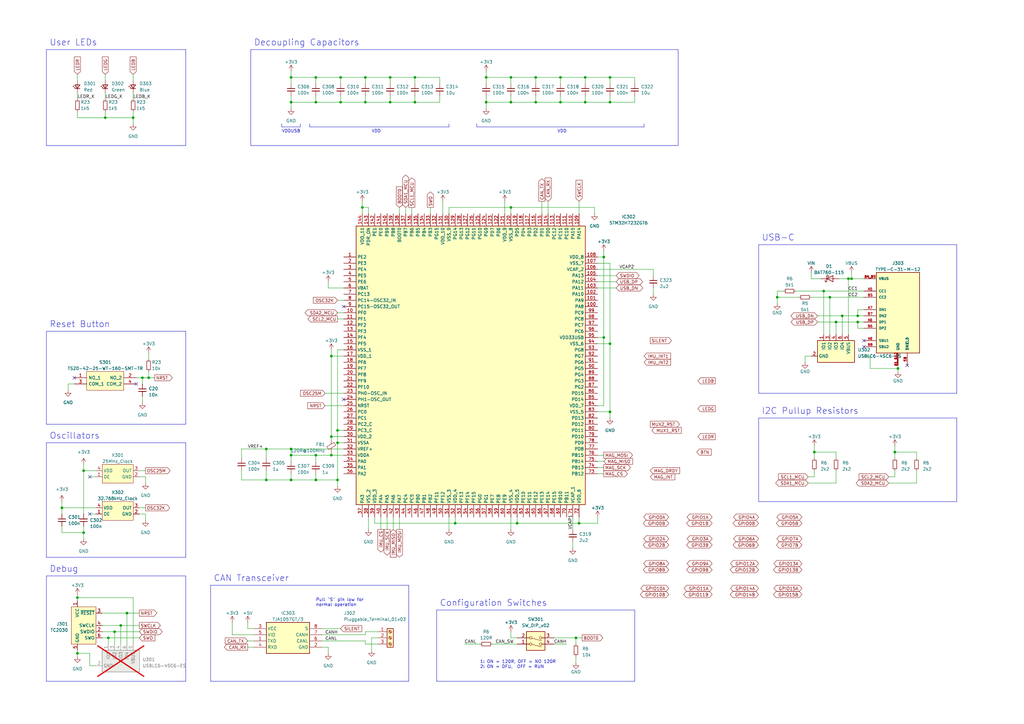
<source format=kicad_sch>
(kicad_sch (version 20230121) (generator eeschema)
  (paper "A3")
  (junction (at 236.22 261.62))
  (junction (at 129.54 41.91))
  (junction (at 54.61 48.26))
  (junction (at 334.01 185.42))
  (junction (at 109.22 184.15))
  (junction (at 119.38 184.15))
  (junction (at 52.07 251.46))
  (junction (at 351.79 129.54))
  (junction (at 367.03 185.42))
  (junction (at 229.87 31.75))
  (junction (at 43.18 48.26))
  (junction (at 44.45 261.62))
  (junction (at 212.09 214.63))
  (junction (at 58.42 154.94))
  (junction (at 209.55 85.09))
  (junction (at 135.89 179.07))
  (junction (at 129.54 196.85))
  (junction (at 160.02 31.75))
  (junction (at 119.38 31.75))
  (junction (at 119.38 196.85))
  (junction (at 240.03 41.91))
  (junction (at 170.18 31.75))
  (junction (at 135.89 146.05))
  (junction (at 170.18 41.91))
  (junction (at 199.39 31.75))
  (junction (at 138.43 196.85))
  (junction (at 250.19 41.91))
  (junction (at 49.53 256.54))
  (junction (at 138.43 176.53))
  (junction (at 46.99 259.08))
  (junction (at 129.54 31.75))
  (junction (at 345.44 129.54))
  (junction (at 368.3 151.13))
  (junction (at 129.54 186.69))
  (junction (at 351.79 132.08))
  (junction (at 135.89 186.69))
  (junction (at 229.87 41.91))
  (junction (at 186.69 214.63))
  (junction (at 240.03 31.75))
  (junction (at 148.59 85.09))
  (junction (at 247.65 138.43))
  (junction (at 149.86 31.75))
  (junction (at 219.71 41.91))
  (junction (at 119.38 186.69))
  (junction (at 247.65 105.41))
  (junction (at 138.43 181.61))
  (junction (at 109.22 196.85))
  (junction (at 149.86 41.91))
  (junction (at 347.98 114.3))
  (junction (at 31.75 245.11))
  (junction (at 34.29 218.44))
  (junction (at 199.39 41.91))
  (junction (at 160.02 41.91))
  (junction (at 337.82 119.38))
  (junction (at 34.29 193.04))
  (junction (at 349.25 114.3))
  (junction (at 139.7 31.75))
  (junction (at 250.19 140.97))
  (junction (at 31.75 267.97))
  (junction (at 237.49 214.63))
  (junction (at 139.7 41.91))
  (junction (at 209.55 41.91))
  (junction (at 25.4 208.28))
  (junction (at 119.38 41.91))
  (junction (at 60.96 154.94))
  (junction (at 219.71 31.75))
  (junction (at 318.77 121.92))
  (junction (at 250.19 168.91))
  (junction (at 340.36 121.92))
  (junction (at 250.19 31.75))
  (junction (at 209.55 31.75))
  (junction (at 342.9 132.08))
  (no_connect (at 140.97 163.83))
  (no_connect (at 30.48 154.94))
  (no_connect (at 36.83 195.58))
  (no_connect (at 354.33 142.24))
  (no_connect (at 55.88 157.48))
  (no_connect (at 36.83 210.82))
  (no_connect (at 354.33 139.7))
  (no_connect (at 372.11 149.86))
  (no_connect (at 140.97 125.73))
  (wire (pts (xy 148.59 82.55) (xy 148.59 85.09)))
  (wire (pts (xy 139.7 41.91) (xy 149.86 41.91)))
  (wire (pts (xy 99.06 193.04) (xy 99.06 196.85)))
  (wire (pts (xy 31.75 243.84) (xy 31.75 245.11)))
  (wire (pts (xy 54.61 45.72) (xy 54.61 48.26)))
  (polyline (pts (xy 76.2 173.99) (xy 19.05 173.99)))
  (wire (pts (xy 129.54 41.91) (xy 139.7 41.91)))
  (wire (pts (xy 354.33 121.92) (xy 340.36 121.92)))
  (wire (pts (xy 59.69 210.82) (xy 57.15 210.82)))
  (wire (pts (xy 153.67 214.63) (xy 153.67 212.09)))
  (wire (pts (xy 209.55 31.75) (xy 209.55 34.29)))
  (wire (pts (xy 149.86 260.35) (xy 149.86 259.08)))
  (wire (pts (xy 119.38 184.15) (xy 140.97 184.15)))
  (wire (pts (xy 245.11 166.37) (xy 247.65 166.37)))
  (wire (pts (xy 132.08 265.43) (xy 134.62 265.43)))
  (wire (pts (xy 318.77 119.38) (xy 318.77 121.92)))
  (wire (pts (xy 109.22 196.85) (xy 119.38 196.85)))
  (wire (pts (xy 149.86 41.91) (xy 160.02 41.91)))
  (wire (pts (xy 25.4 205.74) (xy 25.4 208.28)))
  (wire (pts (xy 134.62 265.43) (xy 134.62 267.97)))
  (wire (pts (xy 354.33 119.38) (xy 337.82 119.38)))
  (wire (pts (xy 31.75 267.97) (xy 31.75 269.24)))
  (polyline (pts (xy 19.05 20.32) (xy 76.2 20.32)))
  (wire (pts (xy 245.11 212.09) (xy 245.11 214.63)))
  (wire (pts (xy 237.49 212.09) (xy 237.49 214.63)))
  (wire (pts (xy 101.6 262.89) (xy 104.14 262.89)))
  (wire (pts (xy 342.9 132.08) (xy 342.9 137.16)))
  (wire (pts (xy 135.89 143.51) (xy 135.89 146.05)))
  (wire (pts (xy 59.69 213.36) (xy 59.69 210.82)))
  (wire (pts (xy 25.4 208.28) (xy 39.37 208.28)))
  (wire (pts (xy 321.31 119.38) (xy 318.77 119.38)))
  (wire (pts (xy 41.91 251.46) (xy 52.07 251.46)))
  (wire (pts (xy 101.6 265.43) (xy 104.14 265.43)))
  (wire (pts (xy 135.89 186.69) (xy 140.97 186.69)))
  (wire (pts (xy 222.25 82.55) (xy 222.25 87.63)))
  (wire (pts (xy 240.03 41.91) (xy 250.19 41.91)))
  (polyline (pts (xy 86.36 240.03) (xy 86.36 279.4)))
  (wire (pts (xy 367.03 182.88) (xy 367.03 185.42)))
  (wire (pts (xy 170.18 41.91) (xy 180.34 41.91)))
  (wire (pts (xy 250.19 41.91) (xy 250.19 39.37)))
  (wire (pts (xy 135.89 146.05) (xy 135.89 179.07)))
  (wire (pts (xy 199.39 41.91) (xy 199.39 39.37)))
  (wire (pts (xy 367.03 185.42) (xy 367.03 187.96)))
  (wire (pts (xy 129.54 186.69) (xy 129.54 189.23)))
  (wire (pts (xy 139.7 257.81) (xy 132.08 257.81)))
  (wire (pts (xy 199.39 41.91) (xy 209.55 41.91)))
  (wire (pts (xy 351.79 134.62) (xy 354.33 134.62)))
  (wire (pts (xy 318.77 124.46) (xy 318.77 121.92)))
  (wire (pts (xy 39.37 273.05) (xy 36.83 273.05)))
  (wire (pts (xy 119.38 31.75) (xy 129.54 31.75)))
  (wire (pts (xy 58.42 154.94) (xy 58.42 157.48)))
  (wire (pts (xy 166.37 85.09) (xy 166.37 87.63)))
  (wire (pts (xy 209.55 85.09) (xy 209.55 87.63)))
  (wire (pts (xy 247.65 166.37) (xy 247.65 138.43)))
  (wire (pts (xy 336.55 114.3) (xy 332.74 114.3)))
  (wire (pts (xy 109.22 184.15) (xy 109.22 187.96)))
  (wire (pts (xy 31.75 38.1) (xy 31.75 40.64)))
  (polyline (pts (xy 260.35 279.4) (xy 179.07 279.4)))
  (wire (pts (xy 46.99 259.08) (xy 46.99 264.16)))
  (wire (pts (xy 43.18 45.72) (xy 43.18 48.26)))
  (polyline (pts (xy 264.16 50.8) (xy 264.16 52.07)))
  (wire (pts (xy 119.38 194.31) (xy 119.38 196.85)))
  (wire (pts (xy 109.22 184.15) (xy 119.38 184.15)))
  (wire (pts (xy 250.19 168.91) (xy 250.19 171.45)))
  (wire (pts (xy 34.29 190.5) (xy 34.29 193.04)))
  (wire (pts (xy 243.84 87.63) (xy 243.84 85.09)))
  (wire (pts (xy 332.74 114.3) (xy 332.74 111.76)))
  (wire (pts (xy 135.89 179.07) (xy 140.97 179.07)))
  (wire (pts (xy 181.61 82.55) (xy 181.61 87.63)))
  (wire (pts (xy 250.19 168.91) (xy 250.19 140.97)))
  (wire (pts (xy 250.19 140.97) (xy 245.11 140.97)))
  (wire (pts (xy 129.54 31.75) (xy 129.54 34.29)))
  (wire (pts (xy 349.25 114.3) (xy 354.33 114.3)))
  (wire (pts (xy 132.08 260.35) (xy 149.86 260.35)))
  (wire (pts (xy 139.7 31.75) (xy 149.86 31.75)))
  (wire (pts (xy 36.83 210.82) (xy 39.37 210.82)))
  (wire (pts (xy 31.75 48.26) (xy 31.75 45.72)))
  (wire (pts (xy 54.61 30.48) (xy 54.61 33.02)))
  (wire (pts (xy 133.35 161.29) (xy 140.97 161.29)))
  (wire (pts (xy 340.36 121.92) (xy 332.74 121.92)))
  (wire (pts (xy 349.25 111.76) (xy 349.25 114.3)))
  (polyline (pts (xy 392.43 171.45) (xy 392.43 205.74)))
  (wire (pts (xy 247.65 138.43) (xy 247.65 105.41)))
  (wire (pts (xy 331.47 198.12) (xy 342.9 198.12)))
  (wire (pts (xy 190.5 264.16) (xy 196.85 264.16)))
  (wire (pts (xy 351.79 132.08) (xy 354.33 132.08)))
  (wire (pts (xy 135.89 186.69) (xy 135.89 185.42)))
  (wire (pts (xy 247.65 194.31) (xy 245.11 194.31)))
  (wire (pts (xy 156.21 217.17) (xy 156.21 212.09)))
  (wire (pts (xy 134.62 115.57) (xy 134.62 118.11)))
  (wire (pts (xy 129.54 41.91) (xy 129.54 39.37)))
  (wire (pts (xy 151.13 87.63) (xy 151.13 85.09)))
  (wire (pts (xy 243.84 85.09) (xy 209.55 85.09)))
  (wire (pts (xy 34.29 215.9) (xy 34.29 218.44)))
  (wire (pts (xy 342.9 132.08) (xy 351.79 132.08)))
  (wire (pts (xy 337.82 119.38) (xy 326.39 119.38)))
  (wire (pts (xy 119.38 186.69) (xy 129.54 186.69)))
  (wire (pts (xy 31.75 266.7) (xy 31.75 267.97)))
  (wire (pts (xy 209.55 41.91) (xy 219.71 41.91)))
  (wire (pts (xy 238.76 261.62) (xy 236.22 261.62)))
  (wire (pts (xy 219.71 41.91) (xy 219.71 39.37)))
  (wire (pts (xy 152.4 261.62) (xy 152.4 266.7)))
  (wire (pts (xy 119.38 41.91) (xy 119.38 44.45)))
  (wire (pts (xy 240.03 31.75) (xy 240.03 34.29)))
  (wire (pts (xy 25.4 218.44) (xy 34.29 218.44)))
  (wire (pts (xy 149.86 31.75) (xy 149.86 34.29)))
  (wire (pts (xy 334.01 195.58) (xy 334.01 193.04)))
  (wire (pts (xy 184.15 87.63) (xy 184.15 85.09)))
  (wire (pts (xy 356.87 146.05) (xy 356.87 151.13)))
  (polyline (pts (xy 76.2 59.69) (xy 19.05 59.69)))
  (wire (pts (xy 99.06 184.15) (xy 109.22 184.15)))
  (wire (pts (xy 132.08 262.89) (xy 149.86 262.89)))
  (polyline (pts (xy 19.05 135.89) (xy 76.2 135.89)))
  (wire (pts (xy 57.15 195.58) (xy 59.69 195.58)))
  (wire (pts (xy 334.01 182.88) (xy 334.01 185.42)))
  (wire (pts (xy 245.11 138.43) (xy 247.65 138.43)))
  (wire (pts (xy 245.11 118.11) (xy 252.73 118.11)))
  (wire (pts (xy 57.15 193.04) (xy 59.69 193.04)))
  (wire (pts (xy 201.93 264.16) (xy 212.09 264.16)))
  (wire (pts (xy 41.91 256.54) (xy 49.53 256.54)))
  (wire (pts (xy 138.43 181.61) (xy 138.43 176.53)))
  (polyline (pts (xy 19.05 20.32) (xy 19.05 59.69)))
  (wire (pts (xy 25.4 215.9) (xy 25.4 218.44)))
  (wire (pts (xy 139.7 31.75) (xy 139.7 34.29)))
  (polyline (pts (xy 76.2 20.32) (xy 76.2 59.69)))
  (polyline (pts (xy 86.36 240.03) (xy 167.64 240.03)))
  (wire (pts (xy 119.38 41.91) (xy 119.38 39.37)))
  (wire (pts (xy 337.82 119.38) (xy 337.82 137.16)))
  (wire (pts (xy 55.88 154.94) (xy 58.42 154.94)))
  (wire (pts (xy 368.3 152.4) (xy 368.3 151.13)))
  (wire (pts (xy 138.43 181.61) (xy 140.97 181.61)))
  (wire (pts (xy 330.2 148.59) (xy 330.2 146.05)))
  (polyline (pts (xy 179.07 250.19) (xy 260.35 250.19)))
  (wire (pts (xy 158.75 217.17) (xy 158.75 212.09)))
  (wire (pts (xy 354.33 146.05) (xy 356.87 146.05)))
  (wire (pts (xy 368.3 151.13) (xy 368.3 149.86)))
  (wire (pts (xy 149.86 259.08) (xy 154.94 259.08)))
  (wire (pts (xy 160.02 31.75) (xy 160.02 34.29)))
  (wire (pts (xy 148.59 85.09) (xy 148.59 87.63)))
  (wire (pts (xy 52.07 251.46) (xy 57.15 251.46)))
  (polyline (pts (xy 179.07 250.19) (xy 179.07 279.4)))
  (wire (pts (xy 43.18 38.1) (xy 43.18 40.64)))
  (polyline (pts (xy 311.15 100.33) (xy 311.15 161.29)))
  (wire (pts (xy 151.13 212.09) (xy 151.13 217.17)))
  (wire (pts (xy 345.44 129.54) (xy 351.79 129.54)))
  (wire (pts (xy 351.79 127) (xy 354.33 127)))
  (wire (pts (xy 34.29 193.04) (xy 34.29 210.82)))
  (wire (pts (xy 149.86 31.75) (xy 160.02 31.75)))
  (wire (pts (xy 95.25 260.35) (xy 104.14 260.35)))
  (wire (pts (xy 209.55 41.91) (xy 209.55 39.37)))
  (wire (pts (xy 36.83 195.58) (xy 39.37 195.58)))
  (wire (pts (xy 160.02 41.91) (xy 160.02 39.37)))
  (polyline (pts (xy 195.58 50.8) (xy 195.58 52.07)))
  (wire (pts (xy 54.61 38.1) (xy 54.61 40.64)))
  (polyline (pts (xy 260.35 250.19) (xy 260.35 279.4)))
  (polyline (pts (xy 76.2 181.61) (xy 76.2 228.6)))
  (wire (pts (xy 267.97 113.03) (xy 267.97 110.49)))
  (wire (pts (xy 250.19 107.95) (xy 245.11 107.95)))
  (wire (pts (xy 160.02 31.75) (xy 170.18 31.75)))
  (wire (pts (xy 129.54 196.85) (xy 138.43 196.85)))
  (wire (pts (xy 375.92 185.42) (xy 367.03 185.42)))
  (wire (pts (xy 31.75 30.48) (xy 31.75 33.02)))
  (polyline (pts (xy 76.2 236.22) (xy 76.2 279.4)))
  (wire (pts (xy 59.69 198.12) (xy 59.69 195.58)))
  (polyline (pts (xy 19.05 135.89) (xy 19.05 173.99)))
  (wire (pts (xy 54.61 48.26) (xy 43.18 48.26)))
  (wire (pts (xy 36.83 273.05) (xy 36.83 267.97)))
  (polyline (pts (xy 76.2 135.89) (xy 76.2 173.99)))
  (wire (pts (xy 234.95 224.79) (xy 234.95 222.25)))
  (wire (pts (xy 58.42 154.94) (xy 60.96 154.94)))
  (wire (pts (xy 138.43 128.27) (xy 140.97 128.27)))
  (wire (pts (xy 135.89 146.05) (xy 140.97 146.05)))
  (wire (pts (xy 375.92 187.96) (xy 375.92 185.42)))
  (wire (pts (xy 101.6 255.27) (xy 101.6 257.81)))
  (wire (pts (xy 250.19 31.75) (xy 260.35 31.75)))
  (wire (pts (xy 260.35 31.75) (xy 260.35 34.29)))
  (wire (pts (xy 245.11 115.57) (xy 252.73 115.57)))
  (wire (pts (xy 351.79 129.54) (xy 351.79 127)))
  (wire (pts (xy 101.6 257.81) (xy 104.14 257.81)))
  (wire (pts (xy 34.29 220.98) (xy 34.29 218.44)))
  (polyline (pts (xy 115.57 52.07) (xy 123.19 52.07)))
  (wire (pts (xy 334.01 185.42) (xy 334.01 187.96)))
  (wire (pts (xy 149.86 41.91) (xy 149.86 39.37)))
  (wire (pts (xy 119.38 41.91) (xy 129.54 41.91)))
  (wire (pts (xy 229.87 41.91) (xy 240.03 41.91)))
  (polyline (pts (xy 167.64 279.4) (xy 86.36 279.4)))
  (wire (pts (xy 240.03 41.91) (xy 240.03 39.37)))
  (wire (pts (xy 170.18 31.75) (xy 180.34 31.75)))
  (wire (pts (xy 34.29 193.04) (xy 39.37 193.04)))
  (polyline (pts (xy 311.15 100.33) (xy 392.43 100.33)))
  (polyline (pts (xy 127 52.07) (xy 184.15 52.07)))
  (wire (pts (xy 260.35 41.91) (xy 260.35 39.37)))
  (wire (pts (xy 44.45 261.62) (xy 57.15 261.62)))
  (wire (pts (xy 54.61 48.26) (xy 54.61 50.8)))
  (wire (pts (xy 180.34 31.75) (xy 180.34 34.29)))
  (polyline (pts (xy 123.19 50.8) (xy 123.19 52.07)))
  (wire (pts (xy 44.45 261.62) (xy 44.45 264.16)))
  (wire (pts (xy 247.65 191.77) (xy 245.11 191.77)))
  (wire (pts (xy 245.11 113.03) (xy 252.73 113.03)))
  (wire (pts (xy 229.87 31.75) (xy 240.03 31.75)))
  (wire (pts (xy 109.22 193.04) (xy 109.22 196.85)))
  (wire (pts (xy 186.69 212.09) (xy 186.69 214.63)))
  (wire (pts (xy 240.03 31.75) (xy 250.19 31.75)))
  (wire (pts (xy 36.83 267.97) (xy 31.75 267.97)))
  (wire (pts (xy 344.17 114.3) (xy 347.98 114.3)))
  (wire (pts (xy 236.22 261.62) (xy 236.22 264.16)))
  (wire (pts (xy 54.61 245.11) (xy 54.61 264.16)))
  (wire (pts (xy 250.19 168.91) (xy 245.11 168.91)))
  (wire (pts (xy 356.87 151.13) (xy 368.3 151.13)))
  (wire (pts (xy 375.92 198.12) (xy 375.92 193.04)))
  (polyline (pts (xy 19.05 181.61) (xy 76.2 181.61)))
  (wire (pts (xy 250.19 140.97) (xy 250.19 107.95)))
  (wire (pts (xy 184.15 212.09) (xy 184.15 217.17)))
  (wire (pts (xy 134.62 118.11) (xy 140.97 118.11)))
  (wire (pts (xy 224.79 82.55) (xy 224.79 87.63)))
  (wire (pts (xy 250.19 41.91) (xy 260.35 41.91)))
  (wire (pts (xy 367.03 195.58) (xy 367.03 193.04)))
  (wire (pts (xy 163.83 217.17) (xy 163.83 212.09)))
  (wire (pts (xy 60.96 154.94) (xy 63.5 154.94)))
  (wire (pts (xy 138.43 199.39) (xy 138.43 196.85)))
  (wire (pts (xy 184.15 85.09) (xy 209.55 85.09)))
  (wire (pts (xy 49.53 256.54) (xy 57.15 256.54)))
  (wire (pts (xy 129.54 31.75) (xy 139.7 31.75)))
  (polyline (pts (xy 311.15 171.45) (xy 311.15 205.74)))
  (wire (pts (xy 99.06 187.96) (xy 99.06 184.15)))
  (polyline (pts (xy 115.57 50.8) (xy 115.57 52.07)))
  (wire (pts (xy 335.28 132.08) (xy 342.9 132.08)))
  (wire (pts (xy 139.7 41.91) (xy 139.7 39.37)))
  (wire (pts (xy 229.87 31.75) (xy 229.87 34.29)))
  (wire (pts (xy 119.38 31.75) (xy 119.38 34.29)))
  (wire (pts (xy 52.07 251.46) (xy 52.07 264.16)))
  (wire (pts (xy 364.49 198.12) (xy 375.92 198.12)))
  (wire (pts (xy 119.38 189.23) (xy 119.38 186.69)))
  (wire (pts (xy 245.11 105.41) (xy 247.65 105.41)))
  (wire (pts (xy 236.22 261.62) (xy 227.33 261.62)))
  (wire (pts (xy 199.39 29.21) (xy 199.39 31.75)))
  (wire (pts (xy 345.44 129.54) (xy 345.44 137.16)))
  (wire (pts (xy 199.39 31.75) (xy 199.39 34.29)))
  (wire (pts (xy 342.9 185.42) (xy 334.01 185.42)))
  (wire (pts (xy 27.94 157.48) (xy 30.48 157.48)))
  (wire (pts (xy 49.53 256.54) (xy 49.53 264.16)))
  (wire (pts (xy 119.38 29.21) (xy 119.38 31.75)))
  (wire (pts (xy 209.55 259.08) (xy 209.55 261.62)))
  (wire (pts (xy 138.43 143.51) (xy 138.43 176.53)))
  (polyline (pts (xy 19.05 236.22) (xy 76.2 236.22)))
  (wire (pts (xy 138.43 123.19) (xy 140.97 123.19)))
  (wire (pts (xy 41.91 261.62) (xy 44.45 261.62)))
  (polyline (pts (xy 76.2 228.6) (xy 19.05 228.6)))
  (wire (pts (xy 168.91 85.09) (xy 168.91 87.63)))
  (wire (pts (xy 138.43 130.81) (xy 140.97 130.81)))
  (wire (pts (xy 237.49 214.63) (xy 212.09 214.63)))
  (wire (pts (xy 31.75 245.11) (xy 31.75 246.38)))
  (wire (pts (xy 351.79 132.08) (xy 351.79 134.62)))
  (wire (pts (xy 318.77 121.92) (xy 327.66 121.92)))
  (polyline (pts (xy 167.64 240.03) (xy 167.64 279.4)))
  (wire (pts (xy 212.09 214.63) (xy 186.69 214.63)))
  (wire (pts (xy 25.4 208.28) (xy 25.4 210.82)))
  (wire (pts (xy 60.96 152.4) (xy 60.96 154.94)))
  (wire (pts (xy 161.29 217.17) (xy 161.29 212.09)))
  (wire (pts (xy 58.42 162.56) (xy 58.42 165.1)))
  (wire (pts (xy 27.94 160.02) (xy 27.94 157.48)))
  (wire (pts (xy 219.71 31.75) (xy 219.71 34.29)))
  (wire (pts (xy 31.75 245.11) (xy 54.61 245.11)))
  (wire (pts (xy 245.11 214.63) (xy 237.49 214.63)))
  (wire (pts (xy 227.33 264.16) (xy 232.41 264.16)))
  (wire (pts (xy 351.79 129.54) (xy 354.33 129.54)))
  (wire (pts (xy 267.97 120.65) (xy 267.97 118.11)))
  (wire (pts (xy 199.39 41.91) (xy 199.39 44.45)))
  (wire (pts (xy 364.49 195.58) (xy 367.03 195.58)))
  (wire (pts (xy 57.15 208.28) (xy 59.69 208.28)))
  (wire (pts (xy 267.97 110.49) (xy 245.11 110.49)))
  (wire (pts (xy 133.35 166.37) (xy 140.97 166.37)))
  (wire (pts (xy 41.91 259.08) (xy 46.99 259.08)))
  (wire (pts (xy 170.18 41.91) (xy 170.18 39.37)))
  (wire (pts (xy 342.9 187.96) (xy 342.9 185.42)))
  (wire (pts (xy 250.19 31.75) (xy 250.19 34.29)))
  (wire (pts (xy 207.01 82.55) (xy 207.01 87.63)))
  (wire (pts (xy 95.25 255.27) (xy 95.25 260.35)))
  (wire (pts (xy 199.39 31.75) (xy 209.55 31.75)))
  (polyline (pts (xy 127 50.8) (xy 127 52.07)))
  (wire (pts (xy 43.18 30.48) (xy 43.18 33.02)))
  (wire (pts (xy 43.18 48.26) (xy 31.75 48.26)))
  (wire (pts (xy 186.69 214.63) (xy 153.67 214.63)))
  (wire (pts (xy 129.54 194.31) (xy 129.54 196.85)))
  (wire (pts (xy 99.06 196.85) (xy 109.22 196.85)))
  (polyline (pts (xy 19.05 236.22) (xy 19.05 279.4)))
  (wire (pts (xy 229.87 41.91) (xy 229.87 39.37)))
  (wire (pts (xy 219.71 31.75) (xy 229.87 31.75)))
  (wire (pts (xy 330.2 146.05) (xy 332.74 146.05)))
  (wire (pts (xy 209.55 212.09) (xy 209.55 217.17)))
  (wire (pts (xy 152.4 261.62) (xy 154.94 261.62)))
  (polyline (pts (xy 392.43 205.74) (xy 311.15 205.74)))
  (wire (pts (xy 335.28 129.54) (xy 345.44 129.54)))
  (wire (pts (xy 140.97 143.51) (xy 138.43 143.51)))
  (wire (pts (xy 129.54 186.69) (xy 135.89 186.69)))
  (wire (pts (xy 212.09 212.09) (xy 212.09 214.63)))
  (polyline (pts (xy 392.43 161.29) (xy 311.15 161.29)))
  (polyline (pts (xy 311.15 171.45) (xy 392.43 171.45)))
  (wire (pts (xy 340.36 121.92) (xy 340.36 137.16)))
  (wire (pts (xy 140.97 176.53) (xy 138.43 176.53)))
  (wire (pts (xy 219.71 41.91) (xy 229.87 41.91)))
  (wire (pts (xy 60.96 144.78) (xy 60.96 147.32)))
  (wire (pts (xy 247.65 102.87) (xy 247.65 105.41)))
  (wire (pts (xy 160.02 41.91) (xy 170.18 41.91)))
  (wire (pts (xy 149.86 262.89) (xy 149.86 264.16)))
  (polyline (pts (xy 195.58 52.07) (xy 264.16 52.07)))
  (polyline (pts (xy 392.43 100.33) (xy 392.43 161.29)))
  (wire (pts (xy 331.47 195.58) (xy 334.01 195.58)))
  (wire (pts (xy 163.83 85.09) (xy 163.83 87.63)))
  (wire (pts (xy 247.65 186.69) (xy 245.11 186.69)))
  (wire (pts (xy 135.89 180.34) (xy 135.89 179.07)))
  (wire (pts (xy 149.86 264.16) (xy 154.94 264.16)))
  (wire (pts (xy 237.49 82.55) (xy 237.49 87.63)))
  (wire (pts (xy 170.18 31.75) (xy 170.18 34.29)))
  (polyline (pts (xy 184.15 50.8) (xy 184.15 52.07)))
  (wire (pts (xy 247.65 189.23) (xy 245.11 189.23)))
  (polyline (pts (xy 76.2 279.4) (xy 19.05 279.4)))
  (wire (pts (xy 234.95 212.09) (xy 234.95 217.17)))
  (wire (pts (xy 236.22 271.78) (xy 236.22 269.24)))
  (wire (pts (xy 180.34 41.91) (xy 180.34 39.37)))
  (wire (pts (xy 209.55 261.62) (xy 212.09 261.62)))
  (wire (pts (xy 176.53 85.09) (xy 176.53 87.63)))
  (wire (pts (xy 151.13 85.09) (xy 148.59 85.09)))
  (wire (pts (xy 347.98 114.3) (xy 347.98 137.16)))
  (polyline (pts (xy 19.05 181.61) (xy 19.05 228.6)))
  (wire (pts (xy 138.43 196.85) (xy 138.43 181.61)))
  (wire (pts (xy 119.38 184.15) (xy 119.38 186.69)))
  (wire (pts (xy 349.25 114.3) (xy 347.98 114.3)))
  (wire (pts (xy 46.99 259.08) (xy 57.15 259.08)))
  (wire (pts (xy 342.9 198.12) (xy 342.9 193.04)))
  (wire (pts (xy 119.38 196.85) (xy 129.54 196.85)))
  (wire (pts (xy 209.55 31.75) (xy 219.71 31.75)))
  (rectangle (start 102.87 20.32) (end 278.13 59.69))
  (text "I2C Pullup Resistors" (at 312.42 170.18 0) (effects (font (size 2.54 2.54)) (justify left bottom)))
  (text "VDD" (at 228.6 54.61 0) (effects (font (size 1.27 1.27)) (justify left bottom)))
  (text "VDDUSB" (at 115.57 54.61 0) (effects (font (size 1.27 1.27)) (justify left bottom)))
  (text "User LEDs" (at 20.32 19.05 0) (effects (font (size 2.54 2.54)) (justify left bottom)))
  (text "Pull \"S\" pin low for\nnormal operation" (at 129.54 248.92 0) (effects (font (size 1.27 1.27)) (justify left bottom)))
  (text "USB-C" (at 312.42 99.06 0) (effects (font (size 2.54 2.54)) (justify left bottom)))
  (text "Oscillators" (at 20.32 180.34 0) (effects (font (size 2.54 2.54)) (justify left bottom)))
  (text "1: ON = 120R, OFF = NO 120R\n2: ON = DFU,  OFF = RUN" (at 196.85 274.32 0) (effects (font (size 1.27 1.27)) (justify left bottom)))
  (text "CAN Transceiver" (at 87.63 238.76 0) (effects (font (size 2.54 2.54)) (justify left bottom)))
  (text "Reset Button" (at 20.32 134.62 0) (effects (font (size 2.54 2.54)) (justify left bottom)))
  (text "VDD" (at 152.4 54.61 0) (effects (font (size 1.27 1.27)) (justify left bottom)))
  (text "Debug" (at 20.32 234.95 0) (effects (font (size 2.54 2.54)) (justify left bottom)))
  (text "Decoupling Capacitors" (at 104.14 19.05 0) (effects (font (size 2.54 2.54)) (justify left bottom)))
  (text "Configuration Switches" (at 180.34 248.92 0) (effects (font (size 2.54 2.54)) (justify left bottom)))
  (label "CANL" (at 190.5 264.16 0))
  (label "CANH" (at 232.41 264.16 180))
  (label "LEDG_K" (at 43.18 40.64 0))
  (label "CAN_SW" (at 203.2 264.16 0))
  (label "CC2" (at 351.79 121.92 180))
  (label "VREF+" (at 101.6 184.15 0))
  (label "CC1" (at 351.79 119.38 180))
  (label "CANL" (at 133.35 262.89 0))
  (label "VCAP1" (at 234.95 217.17 90))
  (label "CANH" (at 133.35 260.35 0))
  (label "LEDR_K" (at 31.75 40.64 0))
  (label "LEDB_K" (at 54.61 40.64 0))
  (label "VCAP2" (at 254 110.49 0))
  (global_label "GPIO9B" (shape bidirectional) (at 292.1 233.68 180) (property "Intersheetrefs" "${INTERSHEET_REFS}" (effects hide)))
  (global_label "MAG_MOSI" (shape output) (at 247.65 186.69 0) (property "Intersheetrefs" "${INTERSHEET_REFS}" (effects hide)))
  (global_label "SWDIO" (shape bidirectional) (at 57.15 259.08 0) (property "Intersheetrefs" "${INTERSHEET_REFS}" (effects hide)))
  (global_label "SCL1_MCU" (shape output) (at 168.91 85.09 90) (property "Intersheetrefs" "${INTERSHEET_REFS}" (effects hide)))
  (global_label "GPIO6B" (shape bidirectional) (at 311.15 223.52 180) (property "Intersheetrefs" "${INTERSHEET_REFS}" (effects hide)))
  (global_label "MAG_MISO" (shape input) (at 247.65 189.23 0) (property "Intersheetrefs" "${INTERSHEET_REFS}" (effects hide)))
  (global_label "GPIO11B" (shape bidirectional) (at 292.1 243.84 180) (property "Intersheetrefs" "${INTERSHEET_REFS}" (effects hide)))
  (global_label "GPIO2B" (shape bidirectional) (at 274.32 223.52 180) (property "Intersheetrefs" "${INTERSHEET_REFS}" (effects hide)))
  (global_label "MAG_INT" (shape input) (at 266.7 195.58 0) (property "Intersheetrefs" "${INTERSHEET_REFS}" (effects hide)))
  (global_label "USB_DN" (shape bidirectional) (at 335.28 129.54 180) (property "Intersheetrefs" "${INTERSHEET_REFS}" (effects hide)))
  (global_label "SWO" (shape output) (at 176.53 85.09 90) (property "Intersheetrefs" "${INTERSHEET_REFS}" (effects hide)))
  (global_label "SWO" (shape input) (at 57.15 261.62 0) (property "Intersheetrefs" "${INTERSHEET_REFS}" (effects hide)))
  (global_label "GPIO1B" (shape bidirectional) (at 292.1 214.63 180) (property "Intersheetrefs" "${INTERSHEET_REFS}" (effects hide)))
  (global_label "CAN_TX" (shape input) (at 101.6 262.89 180) (property "Intersheetrefs" "${INTERSHEET_REFS}" (effects hide)))
  (global_label "GPIO13A" (shape bidirectional) (at 328.93 231.14 180) (property "Intersheetrefs" "${INTERSHEET_REFS}" (effects hide)))
  (global_label "OSC25M" (shape input) (at 133.35 161.29 180) (property "Intersheetrefs" "${INTERSHEET_REFS}" (effects hide)))
  (global_label "IMU_MOSI" (shape output) (at 163.83 217.17 270) (property "Intersheetrefs" "${INTERSHEET_REFS}" (effects hide)))
  (global_label "GPIO15A" (shape bidirectional) (at 328.93 241.3 180) (property "Intersheetrefs" "${INTERSHEET_REFS}" (effects hide)))
  (global_label "IMU_INT2" (shape input) (at 264.16 148.59 0) (property "Intersheetrefs" "${INTERSHEET_REFS}" (effects hide)))
  (global_label "GPIO1A" (shape bidirectional) (at 292.1 212.09 180) (property "Intersheetrefs" "${INTERSHEET_REFS}" (effects hide)))
  (global_label "GPIO8A" (shape bidirectional) (at 274.32 231.14 180) (property "Intersheetrefs" "${INTERSHEET_REFS}" (effects hide)))
  (global_label "USB_DP" (shape bidirectional) (at 252.73 115.57 0) (property "Intersheetrefs" "${INTERSHEET_REFS}" (effects hide)))
  (global_label "MAG_SCK" (shape output) (at 247.65 191.77 0) (property "Intersheetrefs" "${INTERSHEET_REFS}" (effects hide)))
  (global_label "GPIO0A" (shape bidirectional) (at 274.32 212.09 180) (property "Intersheetrefs" "${INTERSHEET_REFS}" (effects hide)))
  (global_label "IMU_SCK" (shape output) (at 158.75 217.17 270) (property "Intersheetrefs" "${INTERSHEET_REFS}" (effects hide)))
  (global_label "GPIO9A" (shape bidirectional) (at 292.1 231.14 180) (property "Intersheetrefs" "${INTERSHEET_REFS}" (effects hide)))
  (global_label "BOOT0" (shape output) (at 238.76 261.62 0) (property "Intersheetrefs" "${INTERSHEET_REFS}" (effects hide)))
  (global_label "IMU_INT1" (shape input) (at 264.16 146.05 0) (property "Intersheetrefs" "${INTERSHEET_REFS}" (effects hide)))
  (global_label "GPIO14B" (shape bidirectional) (at 311.15 243.84 180) (property "Intersheetrefs" "${INTERSHEET_REFS}" (effects hide)))
  (global_label "NRST" (shape output) (at 57.15 251.46 0) (property "Intersheetrefs" "${INTERSHEET_REFS}" (effects hide)))
  (global_label "LEDR" (shape output) (at 293.37 179.07 180) (property "Intersheetrefs" "${INTERSHEET_REFS}" (effects hide)))
  (global_label "LEDG" (shape output) (at 293.37 167.64 180) (property "Intersheetrefs" "${INTERSHEET_REFS}" (effects hide)))
  (global_label "SCL2_MCU" (shape output) (at 138.43 130.81 180) (property "Intersheetrefs" "${INTERSHEET_REFS}" (effects hide)))
  (global_label "LEDB" (shape input) (at 54.61 30.48 90) (property "Intersheetrefs" "${INTERSHEET_REFS}" (effects hide)))
  (global_label "SDA1_MCU" (shape bidirectional) (at 166.37 85.09 90) (property "Intersheetrefs" "${INTERSHEET_REFS}" (effects hide)))
  (global_label "MUX2_RST" (shape output) (at 266.7 173.99 0) (property "Intersheetrefs" "${INTERSHEET_REFS}" (effects hide)))
  (global_label "GPIO12A" (shape bidirectional) (at 311.15 231.14 180) (property "Intersheetrefs" "${INTERSHEET_REFS}" (effects hide)))
  (global_label "GPIO13B" (shape bidirectional) (at 328.93 233.68 180) (property "Intersheetrefs" "${INTERSHEET_REFS}" (effects hide)))
  (global_label "SWCLK" (shape output) (at 57.15 256.54 0) (property "Intersheetrefs" "${INTERSHEET_REFS}" (effects hide)))
  (global_label "OSC32K" (shape input) (at 138.43 123.19 180) (property "Intersheetrefs" "${INTERSHEET_REFS}" (effects hide)))
  (global_label "SILENT" (shape output) (at 266.7 139.7 0) (property "Intersheetrefs" "${INTERSHEET_REFS}" (effects hide)))
  (global_label "GPIO0B" (shape bidirectional) (at 311.15 214.63 180) (property "Intersheetrefs" "${INTERSHEET_REFS}" (effects hide)))
  (global_label "OSC25M" (shape output) (at 59.69 193.04 0) (property "Intersheetrefs" "${INTERSHEET_REFS}" (effects hide)))
  (global_label "MAG_CS" (shape output) (at 247.65 194.31 0) (property "Intersheetrefs" "${INTERSHEET_REFS}" (effects hide)))
  (global_label "MAG_DRDY" (shape input) (at 266.7 193.04 0) (property "Intersheetrefs" "${INTERSHEET_REFS}" (effects hide)))
  (global_label "GPIO8B" (shape bidirectional) (at 274.32 233.68 180) (property "Intersheetrefs" "${INTERSHEET_REFS}" (effects hide)))
  (global_label "GPIO0B" (shape bidirectional) (at 274.32 214.63 180) (property "Intersheetrefs" "${INTERSHEET_REFS}" (effects hide)))
  (global_label "SDA2_MCU" (shape bidirectional) (at 364.49 198.12 180) (property "Intersheetrefs" "${INTERSHEET_REFS}" (effects hide)))
  (global_label "IMU_MISO" (shape input) (at 161.29 217.17 270) (property "Intersheetrefs" "${INTERSHEET_REFS}" (effects hide)))
  (global_label "SWDIO" (shape bidirectional) (at 252.73 113.03 0) (property "Intersheetrefs" "${INTERSHEET_REFS}" (effects hide)))
  (global_label "BOOT0" (shape input) (at 163.83 85.09 90) (property "Intersheetrefs" "${INTERSHEET_REFS}" (effects hide)))
  (global_label "USB_DP" (shape bidirectional) (at 335.28 132.08 180) (property "Intersheetrefs" "${INTERSHEET_REFS}" (effects hide)))
  (global_label "GPIO15B" (shape bidirectional) (at 328.93 243.84 180) (property "Intersheetrefs" "${INTERSHEET_REFS}" (effects hide)))
  (global_label "LEDR" (shape input) (at 31.75 30.48 90) (property "Intersheetrefs" "${INTERSHEET_REFS}" (effects hide)))
  (global_label "GPIO7B" (shape bidirectional) (at 328.93 223.52 180) (property "Intersheetrefs" "${INTERSHEET_REFS}" (effects hide)))
  (global_label "MUX1_RST" (shape output) (at 279.4 176.53 180) (property "Intersheetrefs" "${INTERSHEET_REFS}" (effects hide)))
  (global_label "GPIO4A" (shape bidirectional) (at 311.15 212.09 180) (property "Intersheetrefs" "${INTERSHEET_REFS}" (effects hide)))
  (global_label "SCL1_MCU" (shape input) (at 331.47 195.58 180) (property "Intersheetrefs" "${INTERSHEET_REFS}" (effects hide)))
  (global_label "GPIO12B" (shape bidirectional) (at 311.15 233.68 180) (property "Intersheetrefs" "${INTERSHEET_REFS}" (effects hide)))
  (global_label "GPIO10B" (shape bidirectional) (at 274.32 243.84 180) (property "Intersheetrefs" "${INTERSHEET_REFS}" (effects hide)))
  (global_label "LEDG" (shape input) (at 43.18 30.48 90) (property "Intersheetrefs" "${INTERSHEET_REFS}" (effects hide)))
  (global_label "SDA1_MCU" (shape bidirectional) (at 331.47 198.12 180) (property "Intersheetrefs" "${INTERSHEET_REFS}" (effects hide)))
  (global_label "IMU_CS" (shape output) (at 156.21 217.17 270) (property "Intersheetrefs" "${INTERSHEET_REFS}" (effects hide)))
  (global_label "LEDB" (shape output) (at 293.37 156.21 180) (property "Intersheetrefs" "${INTERSHEET_REFS}" (effects hide)))
  (global_label "USB_DN" (shape bidirectional) (at 252.73 118.11 0) (property "Intersheetrefs" "${INTERSHEET_REFS}" (effects hide)))
  (global_label "CAN_RX" (shape output) (at 101.6 265.43 180) (property "Intersheetrefs" "${INTERSHEET_REFS}" (effects hide)))
  (global_label "GPIO14A" (shape bidirectional) (at 311.15 241.3 180) (property "Intersheetrefs" "${INTERSHEET_REFS}" (effects hide)))
  (global_label "GPIO2A" (shape bidirectional) (at 274.32 220.98 180) (property "Intersheetrefs" "${INTERSHEET_REFS}" (effects hide)))
  (global_label "OSC32K" (shape output) (at 59.69 208.28 0) (property "Intersheetrefs" "${INTERSHEET_REFS}" (effects hide)))
  (global_label "BTN" (shape input) (at 285.75 185.42 0) (property "Intersheetrefs" "${INTERSHEET_REFS}" (effects hide)))
  (global_label "NRST" (shape input) (at 133.35 166.37 180) (property "Intersheetrefs" "${INTERSHEET_REFS}" (effects hide)))
  (global_label "GPIO10A" (shape bidirectional) (at 274.32 241.3 180) (property "Intersheetrefs" "${INTERSHEET_REFS}" (effects hide)))
  (global_label "SCL2_MCU" (shape input) (at 364.49 195.58 180) (property "Intersheetrefs" "${INTERSHEET_REFS}" (effects hide)))
  (global_label "NRST" (shape output) (at 63.5 154.94 0) (property "Intersheetrefs" "${INTERSHEET_REFS}" (effects hide)))
  (global_label "GPIO6A" (shape bidirectional) (at 311.15 220.98 180) (property "Intersheetrefs" "${INTERSHEET_REFS}" (effects hide)))
  (global_label "SILENT" (shape input) (at 139.7 257.81 0) (property "Intersheetrefs" "${INTERSHEET_REFS}" (effects hide)))
  (global_label "GPIO5B" (shape bidirectional) (at 328.93 214.63 180) (property "Intersheetrefs" "${INTERSHEET_REFS}" (effects hide)))
  (global_label "GPIO11A" (shape bidirectional) (at 292.1 241.3 180) (property "Intersheetrefs" "${INTERSHEET_REFS}" (effects hide)))
  (global_label "GPIO3A" (shape bidirectional) (at 292.1 220.98 180) (property "Intersheetrefs" "${INTERSHEET_REFS}" (effects hide)))
  (global_label "CAN_TX" (shape output) (at 222.25 82.55 90) (property "Intersheetrefs" "${INTERSHEET_REFS}" (effects hide)))
  (global_label "GPIO7A" (shape bidirectional) (at 328.93 220.98 180) (property "Intersheetrefs" "${INTERSHEET_REFS}" (effects hide)))
  (global_label "GPIO3B" (shape bidirectional) (at 292.1 223.52 180) (property "Intersheetrefs" "${INTERSHEET_REFS}" (effects hide)))
  (global_label "SWCLK" (shape input) (at 237.49 82.55 90) (property "Intersheetrefs" "${INTERSHEET_REFS}" (effects hide)))
  (global_label "SDA2_MCU" (shape bidirectional) (at 138.43 128.27 180) (property "Intersheetrefs" "${INTERSHEET_REFS}" (effects hide)))
  (global_label "CAN_RX" (shape input) (at 224.79 82.55 90) (property "Intersheetrefs" "${INTERSHEET_REFS}" (effects hide)))
  (global_label "GPIO5A" (shape bidirectional) (at 328.93 212.09 180) (property "Intersheetrefs" "${INTERSHEET_REFS}" (effects hide)))
  (symbol (lib_id "power:+3V3") (at 34.29 190.5 0) (unit 1)
    (property "Reference" "#PWR0305" (effects hide))
    (property "Value" "+3V3" (at 34.29 185.42 0))
    (instances (project "Sensor Hub Board" (path "" (reference "#PWR0305") (unit 1))) (project "Power Board" (path "" (reference "#PWR065") (unit 1))) (project "ViRG0_PCB" (path "" (reference "#PWR04") (unit 1))))
  )
  (symbol (lib_id "power:GND") (at 31.75 269.24 0) (unit 1)
    (property "Reference" "#PWR0304" (effects hide))
    (property "Value" "GND" (at 31.75 274.32 0))
    (instances (project "Sensor Hub Board" (path "" (reference "#PWR0304") (unit 1))) (project "Power Board" (path "" (reference "#PWR040") (unit 1))))
  )
  (symbol (lib_id "Connector:Conn_ARM_SWD_TagConnect_TC2030") (at 34.29 256.54 0) (unit 1) (in_bom no)
    (property "Reference" "J301" (at 27.94 255.905 0) (effects (justify right)))
    (property "Value" "TC2030" (at 27.94 258.445 0) (effects (justify right)))
    (property "Footprint" "Connector:Tag-Connect_TC2030-IDC-FP_2x03_P1.27mm_Vertical" (effects hide))
    (property "Datasheet" "https://www.tag-connect.com/wp-content/uploads/bsk-pdf-manager/TC2030-CTX_1.pdf" (effects hide))
    (instances (project "Sensor Hub Board" (path "" (reference "J301") (unit 1))) (project "Power Board" (path "" (reference "J3") (unit 1))))
  )
  (symbol (lib_id "Device:R_Small") (at 323.85 119.38 270) (mirror x) (unit 1)
    (property "Reference" "R6" (at 323.85 114.3 90))
    (property "Value" "5k1" (at 323.85 116.84 90))
    (property "Footprint" "Resistor_SMD:R_0402_1005Metric" (effects hide))
    (instances (project "DE10-lite_shield" (path "" (reference "R6") (unit 1)) (path "" (reference "R6") (unit 1)) (path "" (reference "R14") (unit 1)) (path "" (reference "R32") (unit 1))) (project "Sensor Hub Board" (path "" (reference "R307") (unit 1))) (project "Power Board" (path "" (reference "R24") (unit 1))))
  )
  (symbol (lib_id "power:GND") (at 250.19 171.45 0) (unit 1)
    (property "Reference" "#PWR0334" (effects hide))
    (property "Value" "GND" (at 250.19 176.53 0))
    (instances (project "Sensor Hub Board" (path "" (reference "#PWR0334") (unit 1))) (project "Power Board" (path "" (reference "#PWR049") (unit 1))))
  )
  (symbol (lib_id "power:GND") (at 184.15 217.17 0) (unit 1)
    (property "Reference" "#PWR0323" (effects hide))
    (property "Value" "GND" (at 184.15 222.25 0))
    (instances (project "Sensor Hub Board" (path "" (reference "#PWR0323") (unit 1))) (project "Power Board" (path "" (reference "#PWR049") (unit 1))))
  )
  (symbol (lib_id "power:GND") (at 59.69 213.36 0) (unit 1)
    (property "Reference" "#PWR0310" (effects hide))
    (property "Value" "GND" (at 59.69 218.44 0))
    (instances (project "Sensor Hub Board" (path "" (reference "#PWR0310") (unit 1))) (project "Power Board" (path "" (reference "#PWR068") (unit 1))) (project "ViRG0_PCB" (path "" (reference "#PWR016") (unit 1))))
  )
  (symbol (lib_id "power:GND") (at 234.95 224.79 0) (unit 1)
    (property "Reference" "#PWR0329" (effects hide))
    (property "Value" "GND" (at 234.95 229.87 0))
    (instances (project "Sensor Hub Board" (path "" (reference "#PWR0329") (unit 1))) (project "Power Board" (path "" (reference "#PWR049") (unit 1))))
  )
  (symbol (lib_id "Device:C_Small") (at 234.95 219.71 0) (unit 1)
    (property "Reference" "C319" (at 237.49 219.0813 0) (effects (justify left)))
    (property "Value" "2u2" (at 237.49 221.6213 0) (effects (justify left)))
    (property "Footprint" "Capacitor_SMD:C_0402_1005Metric" (effects hide))
    (instances (project "Sensor Hub Board" (path "" (reference "C319") (unit 1))) (project "Power Board" (path "" (reference "C27") (unit 1))) (project "ViRG0_PCB" (path "" (reference "C2") (unit 1))))
  )
  (symbol (lib_id "Device:C_Small") (at 209.55 36.83 0) (unit 1)
    (property "Reference" "C316" (at 212.09 35.5662 0) (effects (justify left)))
    (property "Value" "100n" (at 212.09 38.1062 0) (effects (justify left)))
    (property "Footprint" "Capacitor_SMD:C_0402_1005Metric" (effects hide))
    (instances (project "Sensor Hub Board" (path "" (reference "C316") (unit 1))) (project "Power Board" (path "" (reference "C30") (unit 1))) (project "ViRG0_PCB" (path "" (reference "C2") (unit 1))))
  )
  (symbol (lib_id "power:+3V3") (at 95.25 255.27 0) (unit 1)
    (property "Reference" "#PWR0343" (effects hide))
    (property "Value" "+3V3" (at 95.25 251.46 0))
    (instances (project "Sensor Hub Board" (path "" (reference "#PWR0343") (unit 1))) (project "Power Board" (path "" (reference "#PWR053") (unit 1))))
  )
  (symbol (lib_id "Device:C_Small") (at 267.97 115.57 0) (unit 1)
    (property "Reference" "C323" (at 270.51 114.9413 0) (effects (justify left)))
    (property "Value" "2u2" (at 270.51 117.4813 0) (effects (justify left)))
    (property "Footprint" "Capacitor_SMD:C_0402_1005Metric" (effects hide))
    (instances (project "Sensor Hub Board" (path "" (reference "C323") (unit 1))) (project "Power Board" (path "" (reference "C27") (unit 1))) (project "ViRG0_PCB" (path "" (reference "C2") (unit 1))))
  )
  (symbol (lib_id "MSL_Symbols:25MHz_Clock") (at 48.26 194.31 0) (unit 1)
    (property "Reference" "X301" (at 48.26 186.69 0))
    (property "Value" "25MHz_Clock" (at 48.26 189.23 0))
    (property "Footprint" "Oscillator:Oscillator_SMD_Abracon_ASE-4Pin_3.2x2.5mm_HandSoldering" (effects hide))
    (instances (project "Sensor Hub Board" (path "" (reference "X301") (unit 1))) (project "Power Board" (path "" (reference "X1") (unit 1))))
  )
  (symbol (lib_id "power:+5V") (at 101.6 255.27 0) (unit 1)
    (property "Reference" "#PWR0344" (effects hide))
    (property "Value" "+5V" (at 101.6 251.46 0))
    (instances (project "Sensor Hub Board" (path "" (reference "#PWR0344") (unit 1))) (project "Power Board" (path "" (reference "#PWR055") (unit 1))))
  )
  (symbol (lib_id "power:+3V3") (at 367.03 182.88 0) (unit 1)
    (property "Reference" "#PWR0341" (effects hide))
    (property "Value" "+3V3" (at 367.03 179.07 0))
    (instances (project "Sensor Hub Board" (path "" (reference "#PWR0341") (unit 1))) (project "Power Board" (path "" (reference "#PWR056") (unit 1))))
  )
  (symbol (lib_id "Device:R_Small") (at 199.39 264.16 90) (mirror x) (unit 1)
    (property "Reference" "R6" (at 199.39 259.08 90))
    (property "Value" "120R" (at 199.39 261.62 90))
    (property "Footprint" "Resistor_SMD:R_0402_1005Metric" (effects hide))
    (instances (project "DE10-lite_shield" (path "" (reference "R6") (unit 1)) (path "" (reference "R6") (unit 1)) (path "" (reference "R14") (unit 1)) (path "" (reference "R32") (unit 1))) (project "Sensor Hub Board" (path "" (reference "R305") (unit 1))) (project "Power Board" (path "" (reference "R21") (unit 1))))
  )
  (symbol (lib_id "MSL_Symbols:Pluggable_Terminal_01x03") (at 160.02 261.62 0) (unit 1)
    (property "Reference" "J302" (at 140.97 251.46 0) (effects (justify left)))
    (property "Value" "Pluggable_Terminal_01x03" (at 140.97 254 0) (effects (justify left)))
    (property "Footprint" "MSL Footprints:Pluggable_terminal-3_P5.08mm" (effects hide))
  )
  (symbol (lib_id "power:GND") (at 27.94 160.02 0) (unit 1)
    (property "Reference" "#PWR055" (effects hide))
    (property "Value" "GND" (at 27.94 165.1 0))
    (instances (project "DE10-lite_shield" (path "" (reference "#PWR055") (unit 1)) (path "" (reference "#PWR047") (unit 1))) (project "Sensor Hub Board" (path "" (reference "#PWR0302") (unit 1))) (project "Power Board" (path "" (reference "#PWR069") (unit 1))) (project "ViRG0_PCB" (path "" (reference "#PWR06") (unit 1))))
  )
  (symbol (lib_id "MSL_Symbols:USBLC6-4SC6-ES") (at 342.9 144.78 0) (unit 1)
    (property "Reference" "U302" (at 351.79 143.51 0) (effects (justify left)))
    (property "Value" "USBLC6-4SC6-ES" (at 351.79 146.05 0) (effects (justify left)))
    (property "Footprint" "Package_TO_SOT_SMD:SOT-23-6" (effects hide))
  )
  (symbol (lib_id "Device:C_Small") (at 139.7 36.83 0) (unit 1)
    (property "Reference" "C310" (at 142.24 35.5662 0) (effects (justify left)))
    (property "Value" "100n" (at 142.24 38.1062 0) (effects (justify left)))
    (property "Footprint" "Capacitor_SMD:C_0402_1005Metric" (effects hide))
    (instances (project "Sensor Hub Board" (path "" (reference "C310") (unit 1))) (project "Power Board" (path "" (reference "C31") (unit 1))) (project "ViRG0_PCB" (path "" (reference "C2") (unit 1))))
  )
  (symbol (lib_id "power:GND") (at 119.38 44.45 0) (unit 1)
    (property "Reference" "#PWR0315" (effects hide))
    (property "Value" "GND" (at 119.38 49.53 0))
    (instances (project "Sensor Hub Board" (path "" (reference "#PWR0315") (unit 1))) (project "Power Board" (path "" (reference "#PWR072") (unit 1))))
  )
  (symbol (lib_id "power:GND") (at 243.84 87.63 0) (unit 1)
    (property "Reference" "#PWR0331" (effects hide))
    (property "Value" "GND" (at 243.84 92.71 0))
    (instances (project "Sensor Hub Board" (path "" (reference "#PWR0331") (unit 1))) (project "Power Board" (path "" (reference "#PWR049") (unit 1))))
  )
  (symbol (lib_id "power:GND") (at 209.55 217.17 0) (unit 1)
    (property "Reference" "#PWR0327" (effects hide))
    (property "Value" "GND" (at 209.55 222.25 0))
    (instances (project "Sensor Hub Board" (path "" (reference "#PWR0327") (unit 1))) (project "Power Board" (path "" (reference "#PWR049") (unit 1))))
  )
  (symbol (lib_id "power:GND") (at 368.3 152.4 0) (mirror y) (unit 1)
    (property "Reference" "#PWR040" (effects hide))
    (property "Value" "GND" (at 368.3 156.21 0))
    (instances (project "DE10-lite_shield" (path "" (reference "#PWR040") (unit 1)) (path "" (reference "#PWR039") (unit 1)) (path "" (reference "#PWR046") (unit 1)) (path "" (reference "#PWR084") (unit 1))) (project "Sensor Hub Board" (path "" (reference "#PWR0342") (unit 1))) (project "Power Board" (path "" (reference "#PWR061") (unit 1))))
  )
  (symbol (lib_id "power:+3V3") (at 31.75 243.84 0) (unit 1)
    (property "Reference" "#PWR0303" (effects hide))
    (property "Value" "+3V3" (at 31.75 240.03 0))
    (instances (project "Sensor Hub Board" (path "" (reference "#PWR0303") (unit 1))) (project "Power Board" (path "" (reference "#PWR039") (unit 1))))
  )
  (symbol (lib_id "power:+3V3") (at 181.61 82.55 0) (unit 1)
    (property "Reference" "#PWR0322" (effects hide))
    (property "Value" "+3V3" (at 181.61 78.74 0))
    (instances (project "Sensor Hub Board" (path "" (reference "#PWR0322") (unit 1))) (project "Power Board" (path "" (reference "#PWR050") (unit 1))))
  )
  (symbol (lib_id "Device:R_Small") (at 43.18 43.18 180) (unit 1)
    (property "Reference" "R23" (at 44.45 41.91 0) (effects (justify right)))
    (property "Value" "1k5" (at 44.45 44.45 0) (effects (justify right)))
    (property "Footprint" "Resistor_SMD:R_0402_1005Metric" (effects hide))
    (instances (project "DE10-lite_shield" (path "" (reference "R23") (unit 1)) (path "" (reference "R12") (unit 1))) (project "Sensor Hub Board" (path "" (reference "R302") (unit 1))) (project "Power Board" (path "" (reference "R28") (unit 1))))
  )
  (symbol (lib_id "Device:LED_Small") (at 31.75 35.56 90) (unit 1)
    (property "Reference" "D301" (at 34.29 34.29 90) (effects (justify right)))
    (property "Value" "Red" (at 34.29 36.83 90) (effects (justify right)))
    (property "Footprint" "LED_SMD:LED_0603_1608Metric" (effects hide))
  )
  (symbol (lib_id "Device:C_Small") (at 219.71 36.83 0) (unit 1)
    (property "Reference" "C317" (at 222.25 35.5662 0) (effects (justify left)))
    (property "Value" "100n" (at 222.25 38.1062 0) (effects (justify left)))
    (property "Footprint" "Capacitor_SMD:C_0402_1005Metric" (effects hide))
    (instances (project "Sensor Hub Board" (path "" (reference "C317") (unit 1))) (project "Power Board" (path "" (reference "C31") (unit 1))) (project "ViRG0_PCB" (path "" (reference "C2") (unit 1))))
  )
  (symbol (lib_id "power:+3V3") (at 245.11 212.09 0) (mirror y) (unit 1)
    (property "Reference" "#PWR0332" (effects hide))
    (property "Value" "+3V3" (at 245.11 208.28 0))
    (instances (project "Sensor Hub Board" (path "" (reference "#PWR0332") (unit 1))) (project "Power Board" (path "" (reference "#PWR050") (unit 1))))
  )
  (symbol (lib_id "Device:C_Small") (at 240.03 36.83 0) (unit 1)
    (property "Reference" "C320" (at 242.57 35.5662 0) (effects (justify left)))
    (property "Value" "100n" (at 242.57 38.1062 0) (effects (justify left)))
    (property "Footprint" "Capacitor_SMD:C_0402_1005Metric" (effects hide))
    (instances (project "Sensor Hub Board" (path "" (reference "C320") (unit 1))) (project "Power Board" (path "" (reference "C33") (unit 1))) (project "ViRG0_PCB" (path "" (reference "C2") (unit 1))))
  )
  (symbol (lib_id "power:+3V3") (at 60.96 144.78 0) (unit 1)
    (property "Reference" "#PWR065" (effects hide))
    (property "Value" "+3V3" (at 60.96 140.97 0))
    (instances (project "DE10-lite_shield" (path "" (reference "#PWR065") (unit 1)) (path "" (reference "#PWR057") (unit 1))) (project "Sensor Hub Board" (path "" (reference "#PWR0311") (unit 1))) (project "Power Board" (path "" (reference "#PWR077") (unit 1))))
  )
  (symbol (lib_id "power:+3V3") (at 135.89 143.51 0) (mirror y) (unit 1)
    (property "Reference" "#PWR0318" (effects hide))
    (property "Value" "+3V3" (at 135.89 139.7 0))
    (instances (project "Sensor Hub Board" (path "" (reference "#PWR0318") (unit 1))) (project "Power Board" (path "" (reference "#PWR050") (unit 1))))
  )
  (symbol (lib_id "power:GND") (at 152.4 266.7 0) (unit 1)
    (property "Reference" "#PWR0346" (effects hide))
    (property "Value" "GND" (at 152.4 271.78 0))
    (instances (project "Sensor Hub Board" (path "" (reference "#PWR0346") (unit 1))) (project "Power Board" (path "" (reference "#PWR0331") (unit 1))))
  )
  (symbol (lib_id "power:GND") (at 59.69 198.12 0) (unit 1)
    (property "Reference" "#PWR0309" (effects hide))
    (property "Value" "GND" (at 59.69 203.2 0))
    (instances (project "Sensor Hub Board" (path "" (reference "#PWR0309") (unit 1))) (project "Power Board" (path "" (reference "#PWR067") (unit 1))) (project "ViRG0_PCB" (path "" (reference "#PWR015") (unit 1))))
  )
  (symbol (lib_id "MSL_Symbols:USBLC6-4SC6-ES") (at 49.53 271.78 0) (unit 1) (in_bom no) (on_board no) (dnp yes)
    (property "Reference" "U301" (at 58.42 270.51 0) (effects (justify left)))
    (property "Value" "USBLC6-4SC6-ES" (at 58.42 273.05 0) (effects (justify left)))
    (property "Footprint" "Package_TO_SOT_SMD:SOT-23-6" (effects hide))
  )
  (symbol (lib_id "Device:R_Small") (at 60.96 149.86 180) (unit 1)
    (property "Reference" "R23" (at 62.23 148.59 0) (effects (justify right)))
    (property "Value" "10k" (at 62.23 151.13 0) (effects (justify right)))
    (property "Footprint" "Resistor_SMD:R_0402_1005Metric" (effects hide))
    (instances (project "DE10-lite_shield" (path "" (reference "R23") (unit 1)) (path "" (reference "R12") (unit 1))) (project "Sensor Hub Board" (path "" (reference "R304") (unit 1))) (project "Power Board" (path "" (reference "R28") (unit 1))))
  )
  (symbol (lib_id "power:GND") (at 54.61 50.8 0) (unit 1)
    (property "Reference" "#PWR059" (effects hide))
    (property "Value" "GND" (at 54.61 55.88 0))
    (instances (project "DE10-lite_shield" (path "" (reference "#PWR059") (unit 1)) (path "" (reference "#PWR054") (unit 1))) (project "Sensor Hub Board" (path "" (reference "#PWR0307") (unit 1))) (project "Power Board" (path "" (reference "#PWR076") (unit 1))) (project "ViRG0_PCB" (path "" (reference "#PWR011") (unit 1))))
  )
  (symbol (lib_id "Device:C_Small") (at 129.54 36.83 0) (unit 1)
    (property "Reference" "C308" (at 132.08 35.5662 0) (effects (justify left)))
    (property "Value" "100n" (at 132.08 38.1062 0) (effects (justify left)))
    (property "Footprint" "Capacitor_SMD:C_0402_1005Metric" (effects hide))
    (instances (project "Sensor Hub Board" (path "" (reference "C308") (unit 1))) (project "Power Board" (path "" (reference "C30") (unit 1))) (project "ViRG0_PCB" (path "" (reference "C2") (unit 1))))
  )
  (symbol (lib_id "Device:C_Small") (at 109.22 190.5 0) (unit 1)
    (property "Reference" "C305" (at 111.76 189.8713 0) (effects (justify left)))
    (property "Value" "1u" (at 111.76 192.4113 0) (effects (justify left)))
    (property "Footprint" "Capacitor_SMD:C_0402_1005Metric" (effects hide))
    (instances (project "Sensor Hub Board" (path "" (reference "C305") (unit 1))) (project "Power Board" (path "" (reference "C38") (unit 1))) (project "ViRG0_PCB" (path "" (reference "C2") (unit 1))))
  )
  (symbol (lib_id "Device:C_Small") (at 229.87 36.83 0) (unit 1)
    (property "Reference" "C318" (at 232.41 35.5662 0) (effects (justify left)))
    (property "Value" "100n" (at 232.41 38.1 0) (effects (justify left)))
    (property "Footprint" "Capacitor_SMD:C_0402_1005Metric" (effects hide))
    (instances (project "Sensor Hub Board" (path "" (reference "C318") (unit 1))) (project "Power Board" (path "" (reference "C32") (unit 1))) (project "ViRG0_PCB" (path "" (reference "C2") (unit 1))))
  )
  (symbol (lib_id "Device:R_Small") (at 54.61 43.18 180) (unit 1)
    (property "Reference" "R23" (at 55.88 41.91 0) (effects (justify right)))
    (property "Value" "1k5" (at 55.88 44.45 0) (effects (justify right)))
    (property "Footprint" "Resistor_SMD:R_0402_1005Metric" (effects hide))
    (instances (project "DE10-lite_shield" (path "" (reference "R23") (unit 1)) (path "" (reference "R12") (unit 1))) (project "Sensor Hub Board" (path "" (reference "R303") (unit 1))) (project "Power Board" (path "" (reference "R28") (unit 1))))
  )
  (symbol (lib_id "power:+3V3") (at 207.01 82.55 0) (unit 1)
    (property "Reference" "#PWR0326" (effects hide))
    (property "Value" "+3V3" (at 207.01 78.74 0))
    (instances (project "Sensor Hub Board" (path "" (reference "#PWR0326") (unit 1))) (project "Power Board" (path "" (reference "#PWR050") (unit 1))))
  )
  (symbol (lib_id "TS20-42-25-WT-160-SMT-TR-MSL:TS20-42-25-WT-160-SMT-TR") (at 25.4 154.94 0) (unit 1)
    (property "Reference" "S301" (at 43.18 148.59 0))
    (property "Value" "TS20-42-25-WT-160-SMT-TR" (at 43.18 151.13 0))
    (property "Footprint" "MSL Footprints:TS204225WT160SMTTRMSL" (effects hide))
    (property "Datasheet" "https://www.cuidevices.com/product/resource/ts20.pdf" (effects hide))
    (property "Description" "Tactile Switches 4.2 x 3.2 mm, 2.5 mm Actuator Height, 160 gf, White, Surface Mount, TR, SPST, Tactile Switch" (effects hide))
    (property "Height" "2.7" (effects hide))
    (property "Mouser Part Number" "179-TS204225WT160SMT" (effects hide))
    (property "Mouser Price/Stock" "https://www.mouser.co.uk/ProductDetail/CUI-Devices/TS20-42-25-WT-160-SMT-TR?qs=tlsG%2FOw5FFiXbig16X7ymQ%3D%3D" (effects hide))
    (property "Manufacturer_Name" "CUI Devices" (effects hide))
    (property "Manufacturer_Part_Number" "TS20-42-25-WT-160-SMT-TR" (effects hide))
    (instances (project "Sensor Hub Board" (path "" (reference "S301") (unit 1))) (project "Power Board" (path "" (reference "S2") (unit 1))))
  )
  (symbol (lib_id "power:GND") (at 134.62 267.97 0) (unit 1)
    (property "Reference" "#PWR0345" (effects hide))
    (property "Value" "GND" (at 134.62 273.05 0))
    (instances (project "Sensor Hub Board" (path "" (reference "#PWR0345") (unit 1))) (project "Power Board" (path "" (reference "#PWR060") (unit 1))))
  )
  (symbol (lib_id "power:+3V3") (at 209.55 259.08 0) (unit 1)
    (property "Reference" "#PWR0328" (effects hide))
    (property "Value" "+3V3" (at 209.55 255.27 0))
    (instances (project "Sensor Hub Board" (path "" (reference "#PWR0328") (unit 1))) (project "Power Board" (path "" (reference "#PWR047") (unit 1))))
  )
  (symbol (lib_id "Device:C_Small") (at 260.35 36.83 0) (unit 1)
    (property "Reference" "C322" (at 262.89 35.56 0) (effects (justify left)))
    (property "Value" "10u" (at 262.89 38.1 0) (effects (justify left)))
    (property "Footprint" "Capacitor_SMD:C_0402_1005Metric" (effects hide))
    (instances (project "Sensor Hub Board" (path "" (reference "C322") (unit 1))) (project "Power Board" (path "" (reference "C35") (unit 1))) (project "ViRG0_PCB" (path "" (reference "C2") (unit 1))))
  )
  (symbol (lib_id "power:GND") (at 236.22 271.78 0) (mirror y) (unit 1)
    (property "Reference" "#PWR040" (effects hide))
    (property "Value" "GND" (at 236.22 275.59 0))
    (instances (project "DE10-lite_shield" (path "" (reference "#PWR040") (unit 1)) (path "" (reference "#PWR039") (unit 1)) (path "" (reference "#PWR046") (unit 1)) (path "" (reference "#PWR084") (unit 1))) (project "Sensor Hub Board" (path "" (reference "#PWR0330") (unit 1))) (project "Power Board" (path "" (reference "#PWR048") (unit 1))))
  )
  (symbol (lib_id "power:+3V3") (at 134.62 115.57 0) (mirror y) (unit 1)
    (property "Reference" "#PWR0316" (effects hide))
    (property "Value" "+3V3" (at 134.62 111.76 0))
    (instances (project "Sensor Hub Board" (path "" (reference "#PWR0316") (unit 1))) (project "Power Board" (path "" (reference "#PWR050") (unit 1))))
  )
  (symbol (lib_id "Device:C_Small") (at 250.19 36.83 0) (unit 1)
    (property "Reference" "C321" (at 252.73 35.5662 0) (effects (justify left)))
    (property "Value" "100n" (at 252.73 38.1062 0) (effects (justify left)))
    (property "Footprint" "Capacitor_SMD:C_0402_1005Metric" (effects hide))
    (instances (project "Sensor Hub Board" (path "" (reference "C321") (unit 1))) (project "Power Board" (path "" (reference "C34") (unit 1))) (project "ViRG0_PCB" (path "" (reference "C2") (unit 1))))
  )
  (symbol (lib_id "Personal Library:VIN") (at 332.74 111.76 0) (unit 1)
    (property "Reference" "#PWR033" (effects hide))
    (property "Value" "VIN" (at 332.74 107.95 0))
    (instances (project "Sensor Hub Board" (path "" (reference "#PWR033") (unit 1)) (path "" (reference "#PWR0338") (unit 1))))
  )
  (symbol (lib_id "Device:LED_Small") (at 54.61 35.56 90) (unit 1)
    (property "Reference" "D303" (at 57.15 34.29 90) (effects (justify right)))
    (property "Value" "Blue" (at 57.15 36.83 90) (effects (justify right)))
    (property "Footprint" "LED_SMD:LED_0603_1608Metric" (effects hide))
  )
  (symbol (lib_id "Device:C_Small") (at 34.29 213.36 180) (unit 1)
    (property "Reference" "C302" (at 36.83 213.36 0) (effects (justify right)))
    (property "Value" "100n" (at 36.83 215.9 0) (effects (justify right)))
    (property "Footprint" "Capacitor_SMD:C_0402_1005Metric" (effects hide))
    (instances (project "Sensor Hub Board" (path "" (reference "C302") (unit 1))) (project "Power Board" (path "" (reference "C28") (unit 1))) (project "ViRG0_PCB" (path "" (reference "C3") (unit 1))))
  )
  (symbol (lib_id "power:+3V3") (at 334.01 182.88 0) (unit 1)
    (property "Reference" "#PWR0339" (effects hide))
    (property "Value" "+3V3" (at 334.01 179.07 0))
    (instances (project "Sensor Hub Board" (path "" (reference "#PWR0339") (unit 1))) (project "Power Board" (path "" (reference "#PWR056") (unit 1))))
  )
  (symbol (lib_id "Device:R_Small") (at 236.22 266.7 0) (mirror y) (unit 1)
    (property "Reference" "R6" (at 238.76 266.065 0) (effects (justify right)))
    (property "Value" "10k" (at 238.76 268.605 0) (effects (justify right)))
    (property "Footprint" "Resistor_SMD:R_0402_1005Metric" (effects hide))
    (instances (project "DE10-lite_shield" (path "" (reference "R6") (unit 1)) (path "" (reference "R6") (unit 1)) (path "" (reference "R14") (unit 1)) (path "" (reference "R32") (unit 1))) (project "Sensor Hub Board" (path "" (reference "R306") (unit 1))) (project "Power Board" (path "" (reference "R22") (unit 1))))
  )
  (symbol (lib_id "Device:C_Small") (at 160.02 36.83 0) (unit 1)
    (property "Reference" "C312" (at 162.56 35.5662 0) (effects (justify left)))
    (property "Value" "100n" (at 162.56 38.1062 0) (effects (justify left)))
    (property "Footprint" "Capacitor_SMD:C_0402_1005Metric" (effects hide))
    (instances (project "Sensor Hub Board" (path "" (reference "C312") (unit 1))) (project "Power Board" (path "" (reference "C33") (unit 1))) (project "ViRG0_PCB" (path "" (reference "C2") (unit 1))))
  )
  (symbol (lib_id "power:+3V3") (at 119.38 29.21 0) (unit 1)
    (property "Reference" "#PWR0314" (effects hide))
    (property "Value" "+3V3" (at 119.38 25.4 0))
    (instances (project "Sensor Hub Board" (path "" (reference "#PWR0314") (unit 1))) (project "Power Board" (path "" (reference "#PWR071") (unit 1))))
  )
  (symbol (lib_id "Device:C_Small") (at 149.86 36.83 0) (unit 1)
    (property "Reference" "C311" (at 152.4 35.5662 0) (effects (justify left)))
    (property "Value" "100n" (at 152.4 38.1 0) (effects (justify left)))
    (property "Footprint" "Capacitor_SMD:C_0402_1005Metric" (effects hide))
    (instances (project "Sensor Hub Board" (path "" (reference "C311") (unit 1))) (project "Power Board" (path "" (reference "C32") (unit 1))) (project "ViRG0_PCB" (path "" (reference "C2") (unit 1))))
  )
  (symbol (lib_id "power:GND") (at 138.43 199.39 0) (unit 1)
    (property "Reference" "#PWR0319" (effects hide))
    (property "Value" "GND" (at 138.43 204.47 0))
    (instances (project "Sensor Hub Board" (path "" (reference "#PWR0319") (unit 1))) (project "Power Board" (path "" (reference "#PWR049") (unit 1))))
  )
  (symbol (lib_id "Device:R_Small") (at 367.03 190.5 0) (mirror y) (unit 1)
    (property "Reference" "R6" (at 369.57 189.865 0) (effects (justify right)))
    (property "Value" "2k2" (at 369.57 192.405 0) (effects (justify right)))
    (property "Footprint" "Resistor_SMD:R_0402_1005Metric" (effects hide))
    (instances (project "DE10-lite_shield" (path "" (reference "R6") (unit 1)) (path "" (reference "R6") (unit 1)) (path "" (reference "R14") (unit 1)) (path "" (reference "R32") (unit 1))) (project "Sensor Hub Board" (path "" (reference "R311") (unit 1))) (project "Power Board" (path "" (reference "R23") (unit 1))))
  )
  (symbol (lib_id "power:GND") (at 58.42 165.1 0) (unit 1)
    (property "Reference" "#PWR059" (effects hide))
    (property "Value" "GND" (at 58.42 170.18 0))
    (instances (project "DE10-lite_shield" (path "" (reference "#PWR059") (unit 1)) (path "" (reference "#PWR054") (unit 1))) (project "Sensor Hub Board" (path "" (reference "#PWR0308") (unit 1))) (project "Power Board" (path "" (reference "#PWR076") (unit 1))) (project "ViRG0_PCB" (path "" (reference "#PWR011") (unit 1))))
  )
  (symbol (lib_id "power:GND") (at 34.29 220.98 0) (unit 1)
    (property "Reference" "#PWR0306" (effects hide))
    (property "Value" "GND" (at 34.29 226.06 0))
    (instances (project "Sensor Hub Board" (path "" (reference "#PWR0306") (unit 1))) (project "Power Board" (path "" (reference "#PWR066") (unit 1))) (project "ViRG0_PCB" (path "" (reference "#PWR05") (unit 1))))
  )
  (symbol (lib_id "TJA1057T:TJA1057GT/3") (at 104.14 257.81 0) (unit 1)
    (property "Reference" "IC303" (at 118.11 251.46 0))
    (property "Value" "TJA1057GT/3" (at 118.11 254 0))
    (property "Footprint" "SOIC127P600X175-8N" (effects hide))
    (property "Datasheet" "https://www.nxp.com/docs/en/data-sheet/TJA1057.pdf" (effects hide))
    (property "Height" "1.75" (effects hide))
    (property "Manufacturer_Name" "NXP" (effects hide))
    (property "Manufacturer_Part_Number" "TJA1057T" (effects hide))
    (property "Mouser Part Number" "N/A" (effects hide))
    (property "Mouser Price/Stock" "https://www.mouser.com/Search/Refine.aspx?Keyword=N%2FA" (effects hide))
    (instances (project "Sensor Hub Board" (path "" (reference "IC303") (unit 1))) (project "Power Board" (path "" (reference "IC7") (unit 1))))
  )
  (symbol (lib_id "Device:C_Small") (at 170.18 36.83 0) (unit 1)
    (property "Reference" "C313" (at 172.72 35.5662 0) (effects (justify left)))
    (property "Value" "100n" (at 172.72 38.1062 0) (effects (justify left)))
    (property "Footprint" "Capacitor_SMD:C_0402_1005Metric" (effects hide))
    (instances (project "Sensor Hub Board" (path "" (reference "C313") (unit 1))) (project "Power Board" (path "" (reference "C34") (unit 1))) (project "ViRG0_PCB" (path "" (reference "C2") (unit 1))))
  )
  (symbol (lib_id "power:GND") (at 267.97 120.65 0) (unit 1)
    (property "Reference" "#PWR0335" (effects hide))
    (property "Value" "GND" (at 267.97 125.73 0))
    (instances (project "Sensor Hub Board" (path "" (reference "#PWR0335") (unit 1))) (project "Power Board" (path "" (reference "#PWR049") (unit 1))))
  )
  (symbol (lib_id "Device:C_Small") (at 25.4 213.36 0) (unit 1)
    (property "Reference" "C301" (at 27.94 212.0962 0) (effects (justify left)))
    (property "Value" "100n" (at 27.94 214.6362 0) (effects (justify left)))
    (property "Footprint" "Capacitor_SMD:C_0402_1005Metric" (effects hide))
    (instances (project "Sensor Hub Board" (path "" (reference "C301") (unit 1))) (project "Power Board" (path "" (reference "C27") (unit 1))) (project "ViRG0_PCB" (path "" (reference "C2") (unit 1))))
  )
  (symbol (lib_id "MSL_Symbols:32.768kHz_Clock") (at 48.26 209.55 0) (unit 1)
    (property "Reference" "X302" (at 48.26 201.93 0))
    (property "Value" "32.768kHz_Clock" (at 48.26 204.47 0))
    (property "Footprint" "Oscillator:Oscillator_SMD_Abracon_ASE-4Pin_3.2x2.5mm_HandSoldering" (effects hide))
    (instances (project "Sensor Hub Board" (path "" (reference "X302") (unit 1))) (project "Power Board" (path "" (reference "X2") (unit 1))))
  )
  (symbol (lib_id "Device:D_Schottky") (at 340.36 114.3 0) (mirror x) (unit 1)
    (property "Reference" "D1" (at 340.0425 109.22 0))
    (property "Value" "BAT760-115" (at 340.0425 111.76 0))
    (property "Footprint" "Diode_SMD:D_SOD-323" (effects hide))
    (instances (project "DE10-lite_shield" (path "" (reference "D1") (unit 1)) (path "" (reference "D1") (unit 1)) (path "" (reference "D1") (unit 1)) (path "" (reference "D6") (unit 1))) (project "Sensor Hub Board" (path "" (reference "D304") (unit 1))) (project "Power Board" (path "" (reference "D3") (unit 1))))
  )
  (symbol (lib_id "power:+3V3") (at 247.65 102.87 0) (unit 1)
    (property "Reference" "#PWR0333" (effects hide))
    (property "Value" "+3V3" (at 247.65 99.06 0))
    (instances (project "Sensor Hub Board" (path "" (reference "#PWR0333") (unit 1))) (project "Power Board" (path "" (reference "#PWR050") (unit 1))))
  )
  (symbol (lib_id "Device:R_Small") (at 334.01 190.5 0) (mirror y) (unit 1)
    (property "Reference" "R6" (at 336.55 189.865 0) (effects (justify right)))
    (property "Value" "2k2" (at 336.55 192.405 0) (effects (justify right)))
    (property "Footprint" "Resistor_SMD:R_0402_1005Metric" (effects hide))
    (instances (project "DE10-lite_shield" (path "" (reference "R6") (unit 1)) (path "" (reference "R6") (unit 1)) (path "" (reference "R14") (unit 1)) (path "" (reference "R32") (unit 1))) (project "Sensor Hub Board" (path "" (reference "R309") (unit 1))) (project "Power Board" (path "" (reference "R23") (unit 1))))
  )
  (symbol (lib_id "Switch:SW_DIP_x02") (at 219.71 261.62 0) (mirror x) (unit 1)
    (property "Reference" "SW301" (at 219.71 254 0))
    (property "Value" "SW_DIP_x02" (at 219.71 256.54 0))
    (property "Footprint" "Package_DIP:DIP-4_W8.89mm_SMDSocket_LongPads" (effects hide))
    (instances (project "Sensor Hub Board" (path "" (reference "SW301") (unit 1))) (project "Power Board" (path "" (reference "SW2") (unit 1))))
  )
  (symbol (lib_id "power:GND") (at 199.39 44.45 0) (unit 1)
    (property "Reference" "#PWR0325" (effects hide))
    (property "Value" "GND" (at 199.39 49.53 0))
    (instances (project "Sensor Hub Board" (path "" (reference "#PWR0325") (unit 1))) (project "Power Board" (path "" (reference "#PWR072") (unit 1))))
  )
  (symbol (lib_id "power:+3V3") (at 25.4 205.74 0) (unit 1)
    (property "Reference" "#PWR0301" (effects hide))
    (property "Value" "+3V3" (at 25.4 200.66 0))
    (instances (project "Sensor Hub Board" (path "" (reference "#PWR0301") (unit 1))) (project "Power Board" (path "" (reference "#PWR064") (unit 1))) (project "ViRG0_PCB" (path "" (reference "#PWR03") (unit 1))))
  )
  (symbol (lib_id "Device:R_Small") (at 375.92 190.5 0) (mirror y) (unit 1)
    (property "Reference" "R6" (at 378.46 189.865 0) (effects (justify right)))
    (property "Value" "2k2" (at 378.46 192.405 0) (effects (justify right)))
    (property "Footprint" "Resistor_SMD:R_0402_1005Metric" (effects hide))
    (instances (project "DE10-lite_shield" (path "" (reference "R6") (unit 1)) (path "" (reference "R6") (unit 1)) (path "" (reference "R14") (unit 1)) (path "" (reference "R32") (unit 1))) (project "Sensor Hub Board" (path "" (reference "R312") (unit 1))) (project "Power Board" (path "" (reference "R26") (unit 1))))
  )
  (symbol (lib_id "Device:C_Small") (at 119.38 191.77 0) (unit 1)
    (property "Reference" "C307" (at 121.92 191.1413 0) (effects (justify left)))
    (property "Value" "100n" (at 121.92 193.6813 0) (effects (justify left)))
    (property "Footprint" "Capacitor_SMD:C_0402_1005Metric" (effects hide))
    (instances (project "Sensor Hub Board" (path "" (reference "C307") (unit 1))) (project "Power Board" (path "" (reference "C39") (unit 1))) (project "ViRG0_PCB" (path "" (reference "C2") (unit 1))))
  )
  (symbol (lib_id "Device:C_Small") (at 119.38 36.83 0) (unit 1)
    (property "Reference" "C306" (at 121.92 35.5662 0) (effects (justify left)))
    (property "Value" "100n" (at 121.92 38.1062 0) (effects (justify left)))
    (property "Footprint" "Capacitor_SMD:C_0402_1005Metric" (effects hide))
    (instances (project "Sensor Hub Board" (path "" (reference "C306") (unit 1))) (project "Power Board" (path "" (reference "C29") (unit 1))) (project "ViRG0_PCB" (path "" (reference "C2") (unit 1))))
  )
  (symbol (lib_id "Device:C_Small") (at 129.54 191.77 0) (unit 1)
    (property "Reference" "C309" (at 132.08 191.1413 0) (effects (justify left)))
    (property "Value" "1u" (at 132.08 193.6813 0) (effects (justify left)))
    (property "Footprint" "Capacitor_SMD:C_0402_1005Metric" (effects hide))
    (instances (project "Sensor Hub Board" (path "" (reference "C309") (unit 1))) (project "Power Board" (path "" (reference "C40") (unit 1))) (project "ViRG0_PCB" (path "" (reference "C2") (unit 1))))
  )
  (symbol (lib_id "Device:FerriteBead_Small") (at 135.89 182.88 0) (mirror x) (unit 1)
    (property "Reference" "FB1" (at 133.35 182.2831 0) (effects (justify right)))
    (property "Value" "120R@100MHz" (at 133.35 184.8231 0) (effects (justify right)))
    (property "Footprint" "Resistor_SMD:R_0402_1005Metric" (effects hide))
    (instances (project "Sensor Hub Board" (path "" (reference "FB1") (unit 1)) (path "" (reference "FB301") (unit 1))))
  )
  (symbol (lib_id "Device:C_Small") (at 58.42 160.02 0) (unit 1)
    (property "Reference" "C20" (at 60.96 159.3913 0) (effects (justify left)))
    (property "Value" "10n" (at 60.96 161.9313 0) (effects (justify left)))
    (property "Footprint" "Capacitor_SMD:C_0402_1005Metric" (effects hide))
    (instances (project "DE10-lite_shield" (path "" (reference "C20") (unit 1)) (path "" (reference "C14") (unit 1))) (project "Sensor Hub Board" (path "" (reference "C303") (unit 1))) (project "Power Board" (path "" (reference "C41") (unit 1))) (project "ViRG0_PCB" (path "" (reference "C4") (unit 1))))
  )
  (symbol (lib_id "Device:C_Small") (at 99.06 190.5 0) (unit 1)
    (property "Reference" "C304" (at 101.6 189.8713 0) (effects (justify left)))
    (property "Value" "100n" (at 101.6 192.4113 0) (effects (justify left)))
    (property "Footprint" "Capacitor_SMD:C_0402_1005Metric" (effects hide))
    (instances (project "Sensor Hub Board" (path "" (reference "C304") (unit 1))) (project "Power Board" (path "" (reference "C37") (unit 1))) (project "ViRG0_PCB" (path "" (reference "C2") (unit 1))))
  )
  (symbol (lib_id "Device:C_Small") (at 199.39 36.83 0) (unit 1)
    (property "Reference" "C315" (at 201.93 35.5662 0) (effects (justify left)))
    (property "Value" "100n" (at 201.93 38.1062 0) (effects (justify left)))
    (property "Footprint" "Capacitor_SMD:C_0402_1005Metric" (effects hide))
    (instances (project "Sensor Hub Board" (path "" (reference "C315") (unit 1))) (project "Power Board" (path "" (reference "C29") (unit 1))) (project "ViRG0_PCB" (path "" (reference "C2") (unit 1))))
  )
  (symbol (lib_id "Device:R_Small") (at 330.2 121.92 270) (mirror x) (unit 1)
    (property "Reference" "R5" (at 330.2 124.46 90))
    (property "Value" "5k1" (at 330.2 127 90))
    (property "Footprint" "Resistor_SMD:R_0402_1005Metric" (effects hide))
    (instances (project "DE10-lite_shield" (path "" (reference "R5") (unit 1)) (path "" (reference "R5") (unit 1)) (path "" (reference "R13") (unit 1)) (path "" (reference "R31") (unit 1))) (project "Sensor Hub Board" (path "" (reference "R308") (unit 1))) (project "Power Board" (path "" (reference "R25") (unit 1))))
  )
  (symbol (lib_id "power:GND") (at 318.77 124.46 0) (mirror y) (unit 1)
    (property "Reference" "#PWR040" (effects hide))
    (property "Value" "GND" (at 318.77 128.27 0))
    (instances (project "DE10-lite_shield" (path "" (reference "#PWR040") (unit 1)) (path "" (reference "#PWR039") (unit 1)) (path "" (reference "#PWR046") (unit 1)) (path "" (reference "#PWR084") (unit 1))) (project "Sensor Hub Board" (path "" (reference "#PWR0336") (unit 1))) (project "Power Board" (path "" (reference "#PWR054") (unit 1))))
  )
  (symbol (lib_id "power:VBUS") (at 349.25 111.76 0) (unit 1)
    (property "Reference" "#PWR0340" (effects hide))
    (property "Value" "VBUS" (at 349.25 107.95 0))
    (instances (project "Sensor Hub Board" (path "" (reference "#PWR0340") (unit 1))) (project "Power Board" (path "" (reference "#PWR058") (unit 1))))
  )
  (symbol (lib_id "TYPE-C-31-M-12:TYPE-C-31-M-12") (at 368.3 124.46 0) (unit 1)
    (property "Reference" "J303" (at 368.3 107.95 0))
    (property "Value" "TYPE-C-31-M-12" (at 368.3 110.49 0))
    (property "Footprint" "MSL Footprints:HRO_TYPE-C-31-M-12" (effects hide))
    (property "PARTREV" "2020.12.08" (effects hide))
    (property "MANUFACTURER" "HRO Electronics Co., Ltd." (effects hide))
    (property "SNAPEDA_PN" "TYPE-C-31-M-12" (effects hide))
    (property "MAXIMUM_PACKAGE_HEIGHT" "3.26 mm" (effects hide))
    (property "STANDARD" "Manufacturer Recommendations" (effects hide))
    (instances (project "Sensor Hub Board" (path "" (reference "J303") (unit 1))) (project "Power Board" (path "" (reference "J4") (unit 1))))
  )
  (symbol (lib_id "Device:R_Small") (at 342.9 190.5 0) (mirror y) (unit 1)
    (property "Reference" "R6" (at 345.44 189.865 0) (effects (justify right)))
    (property "Value" "2k2" (at 345.44 192.405 0) (effects (justify right)))
    (property "Footprint" "Resistor_SMD:R_0402_1005Metric" (effects hide))
    (instances (project "DE10-lite_shield" (path "" (reference "R6") (unit 1)) (path "" (reference "R6") (unit 1)) (path "" (reference "R14") (unit 1)) (path "" (reference "R32") (unit 1))) (project "Sensor Hub Board" (path "" (reference "R310") (unit 1))) (project "Power Board" (path "" (reference "R26") (unit 1))))
  )
  (symbol (lib_id "power:+3V3") (at 199.39 29.21 0) (unit 1)
    (property "Reference" "#PWR0324" (effects hide))
    (property "Value" "+3V3" (at 199.39 25.4 0))
    (instances (project "Sensor Hub Board" (path "" (reference "#PWR0324") (unit 1))) (project "Power Board" (path "" (reference "#PWR071") (unit 1))))
  )
  (symbol (lib_id "STM32H723ZGT6:STM32H723ZGT6") (at 140.97 105.41 0) (unit 1)
    (property "Reference" "IC302" (at 257.81 88.9 0))
    (property "Value" "STM32H723ZGT6" (at 257.81 91.44 0))
    (property "Footprint" "QFP50P2200X2200X160-144N" (effects hide))
    (property "Datasheet" "https://www.mouser.cn/datasheet/2/389/stm32h723zg-1893346.pdf" (effects hide))
    (property "Height" "1.6" (effects hide))
    (property "Manufacturer_Name" "STMicroelectronics" (effects hide))
    (property "Manufacturer_Part_Number" "STM32H723ZGT6" (effects hide))
    (property "Mouser Part Number" "511-STM32H723ZGT6" (effects hide))
    (property "Mouser Price/Stock" "https://www.mouser.co.uk/ProductDetail/STMicroelectronics/STM32H723ZGT6?qs=sPbYRqrBIVkPaOxQT7wG%252BA%3D%3D" (effects hide))
    (property "Arrow Part Number" "STM32H723ZGT6" (effects hide))
    (property "Arrow Price/Stock" "https://www.arrow.com/en/products/stm32h723zgt6/stmicroelectronics?region=nac" (effects hide))
  )
  (symbol (lib_id "power:GND") (at 151.13 217.17 0) (unit 1)
    (property "Reference" "#PWR0321" (effects hide))
    (property "Value" "GND" (at 151.13 222.25 0))
    (instances (project "Sensor Hub Board" (path "" (reference "#PWR0321") (unit 1))) (project "Power Board" (path "" (reference "#PWR049") (unit 1))))
  )
  (symbol (lib_id "Device:C_Small") (at 180.34 36.83 0) (unit 1)
    (property "Reference" "C314" (at 182.88 35.56 0) (effects (justify left)))
    (property "Value" "10u" (at 182.88 38.1 0) (effects (justify left)))
    (property "Footprint" "Capacitor_SMD:C_0402_1005Metric" (effects hide))
    (instances (project "Sensor Hub Board" (path "" (reference "C314") (unit 1))) (project "Power Board" (path "" (reference "C35") (unit 1))) (project "ViRG0_PCB" (path "" (reference "C2") (unit 1))))
  )
  (symbol (lib_id "power:+3V3") (at 148.59 82.55 0) (unit 1)
    (property "Reference" "#PWR0320" (effects hide))
    (property "Value" "+3V3" (at 148.59 78.74 0))
    (instances (project "Sensor Hub Board" (path "" (reference "#PWR0320") (unit 1))) (project "Power Board" (path "" (reference "#PWR050") (unit 1))))
  )
  (symbol (lib_id "power:GND") (at 330.2 148.59 0) (mirror y) (unit 1)
    (property "Reference" "#PWR040" (effects hide))
    (property "Value" "GND" (at 330.2 152.4 0))
    (instances (project "DE10-lite_shield" (path "" (reference "#PWR040") (unit 1)) (path "" (reference "#PWR039") (unit 1)) (path "" (reference "#PWR046") (unit 1)) (path "" (reference "#PWR084") (unit 1))) (project "Sensor Hub Board" (path "" (reference "#PWR0337") (unit 1))) (project "Power Board" (path "" (reference "#PWR054") (unit 1))))
  )
  (symbol (lib_id "Device:R_Small") (at 31.75 43.18 180) (unit 1)
    (property "Reference" "R23" (at 33.02 41.91 0) (effects (justify right)))
    (property "Value" "1k5" (at 33.02 44.45 0) (effects (justify right)))
    (property "Footprint" "Resistor_SMD:R_0402_1005Metric" (effects hide))
    (instances (project "DE10-lite_shield" (path "" (reference "R23") (unit 1)) (path "" (reference "R12") (unit 1))) (project "Sensor Hub Board" (path "" (reference "R301") (unit 1))) (project "Power Board" (path "" (reference "R28") (unit 1))))
  )
  (symbol (lib_id "Device:LED_Small") (at 43.18 35.56 90) (unit 1)
    (property "Reference" "D302" (at 45.72 34.29 90) (effects (justify right)))
    (property "Value" "Green" (at 45.72 36.83 90) (effects (justify right)))
    (property "Footprint" "LED_SMD:LED_0603_1608Metric" (effects hide))
  )
)
</source>
